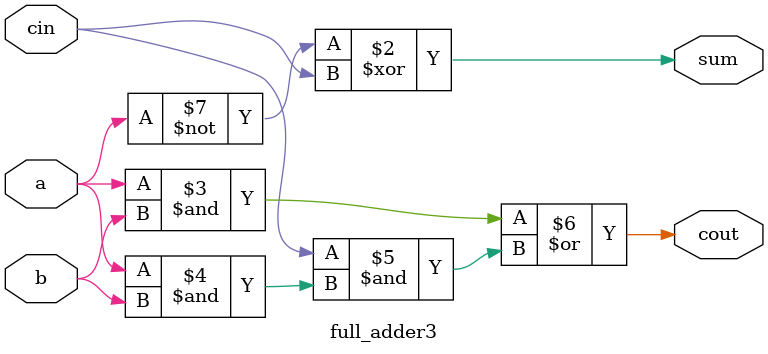
<source format=v>
module full_adder3(a,b,cin,sum,cout);
input a,b,cin;
output sum,cout;
assign sum = a^1'b1^cin;
assign cout = a&b|cin&(a&b); 
// initial begin
//     $display("The incorrect adder with xor0 having in2/1");
// end   
endmodule
</source>
